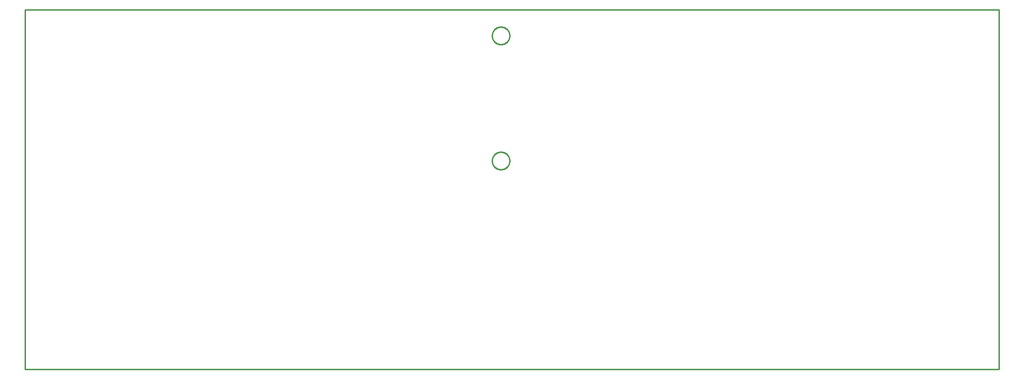
<source format=gbr>
G04 EAGLE Gerber RS-274X export*
G75*
%MOMM*%
%FSLAX34Y34*%
%LPD*%
%IN*%
%IPPOS*%
%AMOC8*
5,1,8,0,0,1.08239X$1,22.5*%
G01*
%ADD10C,0.254000*%


D10*
X63500Y342900D02*
X1841300Y342900D01*
X1841300Y1000000D01*
X63500Y1000000D01*
X63500Y342900D01*
X931656Y936500D02*
X930611Y936569D01*
X929572Y936705D01*
X928545Y936910D01*
X927533Y937181D01*
X926541Y937517D01*
X925573Y937918D01*
X924634Y938382D01*
X923726Y938906D01*
X922855Y939488D01*
X922024Y940125D01*
X921237Y940816D01*
X920496Y941557D01*
X919805Y942344D01*
X919168Y943175D01*
X918586Y944046D01*
X918062Y944954D01*
X917598Y945893D01*
X917197Y946861D01*
X916861Y947853D01*
X916590Y948865D01*
X916385Y949892D01*
X916249Y950931D01*
X916180Y951976D01*
X916180Y953024D01*
X916249Y954069D01*
X916385Y955108D01*
X916590Y956135D01*
X916861Y957147D01*
X917197Y958139D01*
X917598Y959107D01*
X918062Y960046D01*
X918586Y960954D01*
X919168Y961825D01*
X919805Y962656D01*
X920496Y963443D01*
X921237Y964184D01*
X922024Y964875D01*
X922855Y965513D01*
X923726Y966095D01*
X924634Y966618D01*
X925573Y967082D01*
X926541Y967483D01*
X927533Y967819D01*
X928545Y968090D01*
X929572Y968295D01*
X930611Y968432D01*
X931656Y968500D01*
X932704Y968500D01*
X933749Y968432D01*
X934788Y968295D01*
X935815Y968090D01*
X936827Y967819D01*
X937819Y967483D01*
X938787Y967082D01*
X939726Y966618D01*
X940634Y966095D01*
X941505Y965513D01*
X942336Y964875D01*
X943123Y964184D01*
X943864Y963443D01*
X944555Y962656D01*
X945193Y961825D01*
X945775Y960954D01*
X946298Y960046D01*
X946762Y959107D01*
X947163Y958139D01*
X947499Y957147D01*
X947770Y956135D01*
X947975Y955108D01*
X948112Y954069D01*
X948180Y953024D01*
X948180Y951976D01*
X948112Y950931D01*
X947975Y949892D01*
X947770Y948865D01*
X947499Y947853D01*
X947163Y946861D01*
X946762Y945893D01*
X946298Y944954D01*
X945775Y944046D01*
X945193Y943175D01*
X944555Y942344D01*
X943864Y941557D01*
X943123Y940816D01*
X942336Y940125D01*
X941505Y939488D01*
X940634Y938906D01*
X939726Y938382D01*
X938787Y937918D01*
X937819Y937517D01*
X936827Y937181D01*
X935815Y936910D01*
X934788Y936705D01*
X933749Y936569D01*
X932704Y936500D01*
X931656Y936500D01*
X931656Y707900D02*
X930611Y707969D01*
X929572Y708105D01*
X928545Y708310D01*
X927533Y708581D01*
X926541Y708917D01*
X925573Y709318D01*
X924634Y709782D01*
X923726Y710306D01*
X922855Y710888D01*
X922024Y711525D01*
X921237Y712216D01*
X920496Y712957D01*
X919805Y713744D01*
X919168Y714575D01*
X918586Y715446D01*
X918062Y716354D01*
X917598Y717293D01*
X917197Y718261D01*
X916861Y719253D01*
X916590Y720265D01*
X916385Y721292D01*
X916249Y722331D01*
X916180Y723376D01*
X916180Y724424D01*
X916249Y725469D01*
X916385Y726508D01*
X916590Y727535D01*
X916861Y728547D01*
X917197Y729539D01*
X917598Y730507D01*
X918062Y731446D01*
X918586Y732354D01*
X919168Y733225D01*
X919805Y734056D01*
X920496Y734843D01*
X921237Y735584D01*
X922024Y736275D01*
X922855Y736913D01*
X923726Y737495D01*
X924634Y738018D01*
X925573Y738482D01*
X926541Y738883D01*
X927533Y739219D01*
X928545Y739490D01*
X929572Y739695D01*
X930611Y739832D01*
X931656Y739900D01*
X932704Y739900D01*
X933749Y739832D01*
X934788Y739695D01*
X935815Y739490D01*
X936827Y739219D01*
X937819Y738883D01*
X938787Y738482D01*
X939726Y738018D01*
X940634Y737495D01*
X941505Y736913D01*
X942336Y736275D01*
X943123Y735584D01*
X943864Y734843D01*
X944555Y734056D01*
X945193Y733225D01*
X945775Y732354D01*
X946298Y731446D01*
X946762Y730507D01*
X947163Y729539D01*
X947499Y728547D01*
X947770Y727535D01*
X947975Y726508D01*
X948112Y725469D01*
X948180Y724424D01*
X948180Y723376D01*
X948112Y722331D01*
X947975Y721292D01*
X947770Y720265D01*
X947499Y719253D01*
X947163Y718261D01*
X946762Y717293D01*
X946298Y716354D01*
X945775Y715446D01*
X945193Y714575D01*
X944555Y713744D01*
X943864Y712957D01*
X943123Y712216D01*
X942336Y711525D01*
X941505Y710888D01*
X940634Y710306D01*
X939726Y709782D01*
X938787Y709318D01*
X937819Y708917D01*
X936827Y708581D01*
X935815Y708310D01*
X934788Y708105D01*
X933749Y707969D01*
X932704Y707900D01*
X931656Y707900D01*
M02*

</source>
